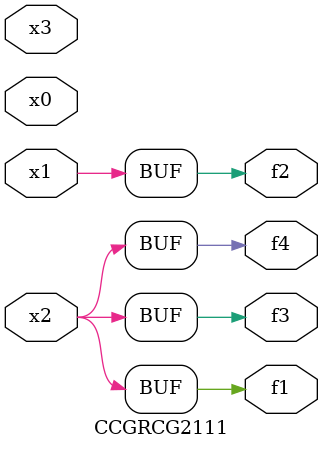
<source format=v>
module CCGRCG2111(
	input x0, x1, x2, x3,
	output f1, f2, f3, f4
);
	assign f1 = x2;
	assign f2 = x1;
	assign f3 = x2;
	assign f4 = x2;
endmodule

</source>
